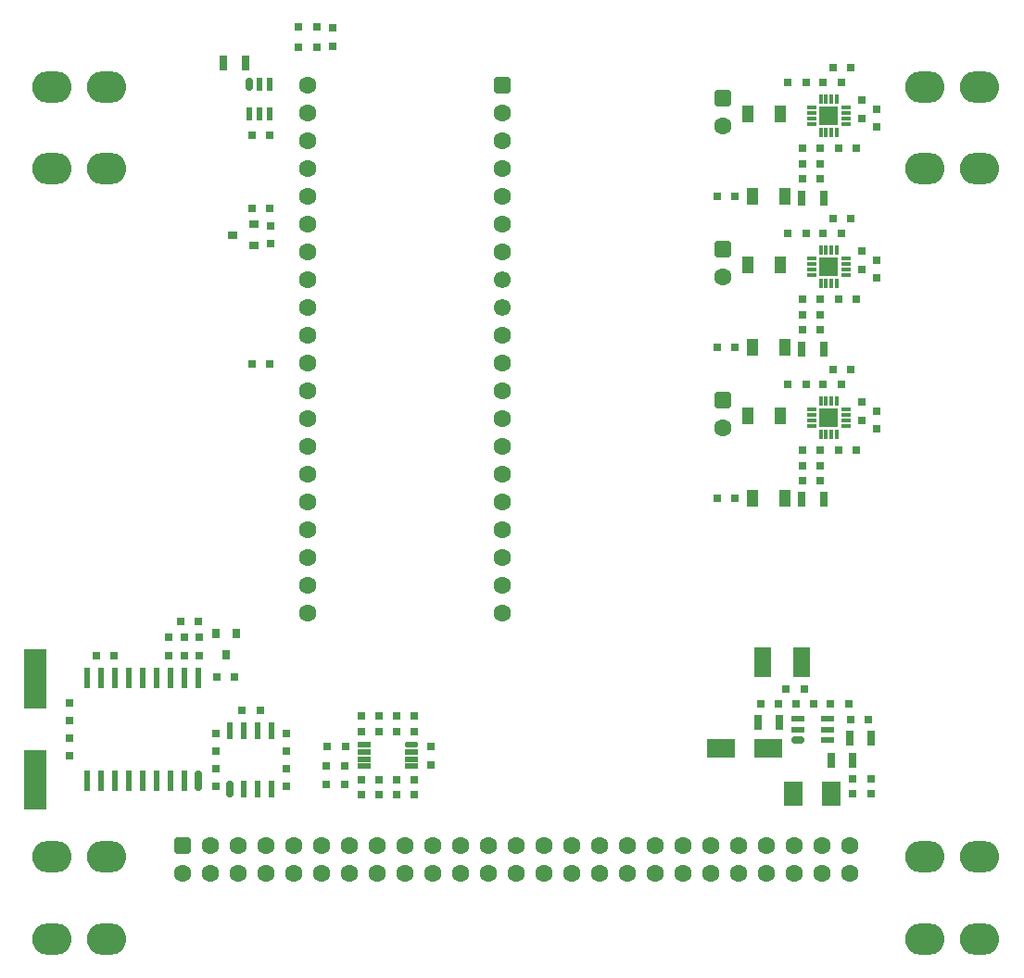
<source format=gbs>
G04*
G04 #@! TF.GenerationSoftware,Altium Limited,Altium Designer,22.1.2 (22)*
G04*
G04 Layer_Color=16711935*
%FSAX44Y44*%
%MOMM*%
G71*
G04*
G04 #@! TF.SameCoordinates,AEE1FB78-7808-4CFB-96B9-68BC2BEC934A*
G04*
G04*
G04 #@! TF.FilePolarity,Negative*
G04*
G01*
G75*
%ADD18R,0.8000X0.8000*%
%ADD19R,0.8000X0.8000*%
G04:AMPARAMS|DCode=25|XSize=1.6mm|YSize=1.6mm|CornerRadius=0.4mm|HoleSize=0mm|Usage=FLASHONLY|Rotation=0.000|XOffset=0mm|YOffset=0mm|HoleType=Round|Shape=RoundedRectangle|*
%AMROUNDEDRECTD25*
21,1,1.6000,0.8000,0,0,0.0*
21,1,0.8000,1.6000,0,0,0.0*
1,1,0.8000,0.4000,-0.4000*
1,1,0.8000,-0.4000,-0.4000*
1,1,0.8000,-0.4000,0.4000*
1,1,0.8000,0.4000,0.4000*
%
%ADD25ROUNDEDRECTD25*%
%ADD26C,1.6000*%
%ADD27O,1.6000X1.5000*%
%ADD28O,3.6000X2.9000*%
%ADD37R,2.0000X5.5000*%
G04:AMPARAMS|DCode=38|XSize=0.3mm|YSize=0.9mm|CornerRadius=0.075mm|HoleSize=0mm|Usage=FLASHONLY|Rotation=90.000|XOffset=0mm|YOffset=0mm|HoleType=Round|Shape=RoundedRectangle|*
%AMROUNDEDRECTD38*
21,1,0.3000,0.7500,0,0,90.0*
21,1,0.1500,0.9000,0,0,90.0*
1,1,0.1500,0.3750,0.0750*
1,1,0.1500,0.3750,-0.0750*
1,1,0.1500,-0.3750,-0.0750*
1,1,0.1500,-0.3750,0.0750*
%
%ADD38ROUNDEDRECTD38*%
%ADD39R,0.9000X0.3000*%
%ADD40R,0.3000X0.9000*%
%ADD41R,1.7000X1.7000*%
%ADD42R,1.0000X1.6000*%
%ADD43R,0.8000X1.4000*%
%ADD44R,1.7000X2.3000*%
%ADD45R,1.2000X0.6000*%
G04:AMPARAMS|DCode=46|XSize=0.6mm|YSize=1.2mm|CornerRadius=0.15mm|HoleSize=0mm|Usage=FLASHONLY|Rotation=270.000|XOffset=0mm|YOffset=0mm|HoleType=Round|Shape=RoundedRectangle|*
%AMROUNDEDRECTD46*
21,1,0.6000,0.9000,0,0,270.0*
21,1,0.3000,1.2000,0,0,270.0*
1,1,0.3000,-0.4500,-0.1500*
1,1,0.3000,-0.4500,0.1500*
1,1,0.3000,0.4500,0.1500*
1,1,0.3000,0.4500,-0.1500*
%
%ADD46ROUNDEDRECTD46*%
%ADD47R,1.5000X2.8000*%
%ADD48R,0.8000X0.9500*%
%ADD49R,0.6000X1.5500*%
G04:AMPARAMS|DCode=50|XSize=1.55mm|YSize=0.6mm|CornerRadius=0.15mm|HoleSize=0mm|Usage=FLASHONLY|Rotation=270.000|XOffset=0mm|YOffset=0mm|HoleType=Round|Shape=RoundedRectangle|*
%AMROUNDEDRECTD50*
21,1,1.5500,0.3000,0,0,270.0*
21,1,1.2500,0.6000,0,0,270.0*
1,1,0.3000,-0.1500,-0.6250*
1,1,0.3000,-0.1500,0.6250*
1,1,0.3000,0.1500,0.6250*
1,1,0.3000,0.1500,-0.6250*
%
%ADD50ROUNDEDRECTD50*%
G04:AMPARAMS|DCode=51|XSize=1.9mm|YSize=0.6mm|CornerRadius=0.15mm|HoleSize=0mm|Usage=FLASHONLY|Rotation=90.000|XOffset=0mm|YOffset=0mm|HoleType=Round|Shape=RoundedRectangle|*
%AMROUNDEDRECTD51*
21,1,1.9000,0.3000,0,0,90.0*
21,1,1.6000,0.6000,0,0,90.0*
1,1,0.3000,0.1500,0.8000*
1,1,0.3000,0.1500,-0.8000*
1,1,0.3000,-0.1500,-0.8000*
1,1,0.3000,-0.1500,0.8000*
%
%ADD51ROUNDEDRECTD51*%
%ADD52R,0.6000X1.9000*%
%ADD53R,0.9500X0.8000*%
%ADD54R,0.6000X1.2000*%
G04:AMPARAMS|DCode=55|XSize=0.6mm|YSize=1.2mm|CornerRadius=0.15mm|HoleSize=0mm|Usage=FLASHONLY|Rotation=180.000|XOffset=0mm|YOffset=0mm|HoleType=Round|Shape=RoundedRectangle|*
%AMROUNDEDRECTD55*
21,1,0.6000,0.9000,0,0,180.0*
21,1,0.3000,1.2000,0,0,180.0*
1,1,0.3000,-0.1500,0.4500*
1,1,0.3000,0.1500,0.4500*
1,1,0.3000,0.1500,-0.4500*
1,1,0.3000,-0.1500,-0.4500*
%
%ADD55ROUNDEDRECTD55*%
%ADD56R,2.6500X1.7500*%
%ADD62R,1.1900X0.4900*%
G04:AMPARAMS|DCode=63|XSize=1.19mm|YSize=0.49mm|CornerRadius=0.1325mm|HoleSize=0mm|Usage=FLASHONLY|Rotation=180.000|XOffset=0mm|YOffset=0mm|HoleType=Round|Shape=RoundedRectangle|*
%AMROUNDEDRECTD63*
21,1,1.1900,0.2250,0,0,180.0*
21,1,0.9250,0.4900,0,0,180.0*
1,1,0.2650,-0.4625,0.1125*
1,1,0.2650,0.4625,0.1125*
1,1,0.2650,0.4625,-0.1125*
1,1,0.2650,-0.4625,-0.1125*
%
%ADD63ROUNDEDRECTD63*%
D18*
X00196000Y00159750D02*
D03*
Y00176250D02*
D03*
X00786000Y00787250D02*
D03*
X00786000Y00770750D02*
D03*
X00800000Y00779250D02*
D03*
X00800000Y00762750D02*
D03*
X00786000Y00649250D02*
D03*
Y00632750D02*
D03*
X00800000Y00641250D02*
D03*
Y00624750D02*
D03*
X00786000Y00511250D02*
D03*
Y00494750D02*
D03*
X00800000Y00503250D02*
D03*
Y00486750D02*
D03*
X00062000Y00236500D02*
D03*
Y00220000D02*
D03*
Y00187750D02*
D03*
X00062000Y00204250D02*
D03*
X00196000Y00208250D02*
D03*
X00196000Y00191750D02*
D03*
X00297000Y00161750D02*
D03*
X00297000Y00178250D02*
D03*
X00260000Y00208250D02*
D03*
X00260000Y00191750D02*
D03*
X00260000Y00176250D02*
D03*
X00260000Y00159750D02*
D03*
X00314000Y00161750D02*
D03*
Y00178250D02*
D03*
X00392000Y00196250D02*
D03*
X00392000Y00179750D02*
D03*
X00167000Y00296250D02*
D03*
Y00279750D02*
D03*
X00181000Y00279750D02*
D03*
X00181000Y00296250D02*
D03*
X00153000D02*
D03*
Y00279750D02*
D03*
X00246000Y00672250D02*
D03*
Y00655750D02*
D03*
X00303000Y00853250D02*
D03*
Y00836750D02*
D03*
D19*
X00345250Y00210000D02*
D03*
X00328750D02*
D03*
X00718750Y00803000D02*
D03*
X00735250D02*
D03*
X00750750D02*
D03*
X00767250D02*
D03*
X00759750Y00817000D02*
D03*
X00776250D02*
D03*
X00731750Y00743000D02*
D03*
X00748250D02*
D03*
X00731750Y00715000D02*
D03*
X00748250D02*
D03*
X00731750Y00729000D02*
D03*
X00748250D02*
D03*
X00764750Y00743000D02*
D03*
X00781250D02*
D03*
X00759750Y00679000D02*
D03*
X00776250Y00679000D02*
D03*
X00718750Y00665000D02*
D03*
X00735250D02*
D03*
X00750750D02*
D03*
X00767250D02*
D03*
X00731750Y00605000D02*
D03*
X00748250D02*
D03*
X00764750Y00605000D02*
D03*
X00781250Y00605000D02*
D03*
X00731750Y00591000D02*
D03*
X00748250D02*
D03*
X00731750Y00577000D02*
D03*
X00748250D02*
D03*
X00759750Y00541000D02*
D03*
X00776250Y00541000D02*
D03*
X00718750Y00527000D02*
D03*
X00735250D02*
D03*
X00653750Y00699000D02*
D03*
X00670250D02*
D03*
X00750750Y00527000D02*
D03*
X00767250D02*
D03*
X00653750Y00561000D02*
D03*
X00670250D02*
D03*
X00731750Y00467000D02*
D03*
X00748250D02*
D03*
X00764750Y00467000D02*
D03*
X00781250Y00467000D02*
D03*
X00731750Y00453000D02*
D03*
X00748250D02*
D03*
X00731750Y00439000D02*
D03*
X00748250D02*
D03*
X00653750Y00423000D02*
D03*
X00670250D02*
D03*
X00774250Y00235000D02*
D03*
X00757750D02*
D03*
X00775750Y00221000D02*
D03*
X00792250D02*
D03*
X00794250Y00167000D02*
D03*
X00777750D02*
D03*
X00794250Y00153000D02*
D03*
X00777750Y00153000D02*
D03*
X00733250Y00249000D02*
D03*
X00716750D02*
D03*
X00742250Y00235000D02*
D03*
X00725750D02*
D03*
X00693750D02*
D03*
X00710250D02*
D03*
X00360750Y00224000D02*
D03*
X00377250Y00224000D02*
D03*
Y00210000D02*
D03*
X00360750D02*
D03*
X00345250Y00224000D02*
D03*
X00328750Y00224000D02*
D03*
X00314250Y00196000D02*
D03*
X00297750Y00196000D02*
D03*
X00328750Y00166000D02*
D03*
X00345250D02*
D03*
X00377250D02*
D03*
X00360750D02*
D03*
X00345250Y00152000D02*
D03*
X00328750D02*
D03*
X00360750D02*
D03*
X00377250D02*
D03*
X00236250Y00229000D02*
D03*
X00219750Y00229000D02*
D03*
X00196750Y00260000D02*
D03*
X00213250Y00260000D02*
D03*
X00163750Y00311000D02*
D03*
X00180250Y00311000D02*
D03*
X00103250Y00279000D02*
D03*
X00086750Y00279000D02*
D03*
X00228750Y00546000D02*
D03*
X00245250D02*
D03*
Y00688000D02*
D03*
X00228750D02*
D03*
X00228750Y00755000D02*
D03*
X00245250D02*
D03*
X00288250Y00854000D02*
D03*
X00271750D02*
D03*
Y00836000D02*
D03*
X00288250D02*
D03*
D25*
X00457900Y00801300D02*
D03*
X00165200Y00105700D02*
D03*
X00659000Y00788700D02*
D03*
X00659000Y00650700D02*
D03*
Y00512700D02*
D03*
D26*
X00457900Y00775900D02*
D03*
Y00750500D02*
D03*
Y00725100D02*
D03*
Y00699700D02*
D03*
Y00674300D02*
D03*
Y00648900D02*
D03*
Y00572700D02*
D03*
Y00547300D02*
D03*
Y00521900D02*
D03*
Y00496500D02*
D03*
Y00471100D02*
D03*
Y00445700D02*
D03*
X00280100Y00471100D02*
D03*
Y00496500D02*
D03*
Y00521900D02*
D03*
Y00547300D02*
D03*
Y00572700D02*
D03*
Y00598100D02*
D03*
Y00623500D02*
D03*
Y00648900D02*
D03*
Y00674300D02*
D03*
Y00725100D02*
D03*
Y00750500D02*
D03*
Y00775900D02*
D03*
Y00801300D02*
D03*
Y00445700D02*
D03*
X00457900Y00420300D02*
D03*
Y00394900D02*
D03*
Y00369500D02*
D03*
Y00344100D02*
D03*
Y00318700D02*
D03*
X00280100Y00420300D02*
D03*
Y00394900D02*
D03*
Y00369500D02*
D03*
Y00344100D02*
D03*
Y00318700D02*
D03*
Y00699700D02*
D03*
X00266800Y00105700D02*
D03*
Y00080300D02*
D03*
X00292200Y00105700D02*
D03*
Y00080300D02*
D03*
X00317600Y00105700D02*
D03*
Y00080300D02*
D03*
X00343000Y00105700D02*
D03*
Y00080300D02*
D03*
X00368400Y00105700D02*
D03*
Y00080300D02*
D03*
X00393800Y00105700D02*
D03*
Y00080300D02*
D03*
X00419200Y00105700D02*
D03*
Y00080300D02*
D03*
X00444600Y00105700D02*
D03*
Y00080300D02*
D03*
X00470000Y00105700D02*
D03*
Y00080300D02*
D03*
X00495400Y00105700D02*
D03*
Y00080300D02*
D03*
X00520800Y00105700D02*
D03*
Y00080300D02*
D03*
X00546200Y00105700D02*
D03*
Y00080300D02*
D03*
X00571600Y00105700D02*
D03*
Y00080300D02*
D03*
X00597000Y00105700D02*
D03*
Y00080300D02*
D03*
X00622400Y00105700D02*
D03*
Y00080300D02*
D03*
X00647800Y00105700D02*
D03*
Y00080300D02*
D03*
X00673200Y00105700D02*
D03*
Y00080300D02*
D03*
X00698600Y00105700D02*
D03*
Y00080300D02*
D03*
X00724000Y00105700D02*
D03*
Y00080300D02*
D03*
X00749400Y00105700D02*
D03*
Y00080300D02*
D03*
X00774800Y00105700D02*
D03*
Y00080300D02*
D03*
X00216000Y00105700D02*
D03*
X00190600D02*
D03*
X00216000Y00080300D02*
D03*
X00190600D02*
D03*
X00165200D02*
D03*
X00241400Y00105700D02*
D03*
Y00080300D02*
D03*
X00659000Y00763300D02*
D03*
Y00625300D02*
D03*
Y00487300D02*
D03*
D27*
X00457900Y00623500D02*
D03*
Y00598100D02*
D03*
D28*
X00894000Y00799500D02*
D03*
Y00724500D02*
D03*
X00844000Y00799500D02*
D03*
X00844000Y00724500D02*
D03*
X00894000Y00095500D02*
D03*
Y00020500D02*
D03*
X00844000Y00095500D02*
D03*
Y00020500D02*
D03*
X00046000D02*
D03*
Y00095500D02*
D03*
X00096000Y00020500D02*
D03*
Y00095500D02*
D03*
X00046000Y00724500D02*
D03*
Y00799500D02*
D03*
X00096000Y00724500D02*
D03*
Y00799500D02*
D03*
D37*
X00031000Y00166000D02*
D03*
Y00258000D02*
D03*
D38*
X00771500Y00780500D02*
D03*
Y00642500D02*
D03*
Y00504500D02*
D03*
D39*
Y00775500D02*
D03*
Y00770500D02*
D03*
Y00765500D02*
D03*
X00740500D02*
D03*
Y00770500D02*
D03*
Y00775500D02*
D03*
Y00780500D02*
D03*
X00771500Y00637500D02*
D03*
Y00632500D02*
D03*
Y00627500D02*
D03*
X00740500D02*
D03*
Y00632500D02*
D03*
Y00637500D02*
D03*
Y00642500D02*
D03*
X00771500Y00499500D02*
D03*
Y00494500D02*
D03*
Y00489500D02*
D03*
X00740500D02*
D03*
Y00494500D02*
D03*
Y00499500D02*
D03*
Y00504500D02*
D03*
D40*
X00763500Y00757500D02*
D03*
X00758500D02*
D03*
X00753500D02*
D03*
X00748500D02*
D03*
Y00788500D02*
D03*
X00753500D02*
D03*
X00758500D02*
D03*
X00763500D02*
D03*
Y00619500D02*
D03*
X00758500D02*
D03*
X00753500D02*
D03*
X00748500D02*
D03*
Y00650500D02*
D03*
X00753500Y00650500D02*
D03*
X00758500D02*
D03*
X00763500Y00650500D02*
D03*
Y00481500D02*
D03*
X00758500D02*
D03*
X00753500D02*
D03*
X00748500D02*
D03*
Y00512500D02*
D03*
X00753500Y00512500D02*
D03*
X00758500D02*
D03*
X00763500Y00512500D02*
D03*
D41*
X00756000Y00773000D02*
D03*
Y00635000D02*
D03*
Y00497000D02*
D03*
D42*
X00712000Y00775000D02*
D03*
X00682000D02*
D03*
X00686000Y00699000D02*
D03*
X00716000D02*
D03*
X00712000Y00637000D02*
D03*
X00682000D02*
D03*
X00686000Y00561000D02*
D03*
X00716000D02*
D03*
X00712000Y00499000D02*
D03*
X00682000D02*
D03*
X00686000Y00423000D02*
D03*
X00716000D02*
D03*
D43*
X00731000Y00698000D02*
D03*
X00751000D02*
D03*
X00731000Y00560000D02*
D03*
X00751000Y00560000D02*
D03*
X00731000Y00422000D02*
D03*
X00751000Y00422000D02*
D03*
X00775000Y00204000D02*
D03*
X00795000D02*
D03*
X00778000Y00184000D02*
D03*
X00758000Y00184000D02*
D03*
X00691000Y00218000D02*
D03*
X00711000D02*
D03*
X00223000Y00821000D02*
D03*
X00203000D02*
D03*
D44*
X00758500Y00153000D02*
D03*
X00723500Y00153000D02*
D03*
D45*
X00754500Y00202500D02*
D03*
Y00212000D02*
D03*
Y00221500D02*
D03*
X00727500Y00221500D02*
D03*
X00727500Y00212000D02*
D03*
D46*
X00727500Y00202500D02*
D03*
D47*
X00695250Y00273000D02*
D03*
X00730750D02*
D03*
D48*
X00205500Y00280000D02*
D03*
X00215000Y00300000D02*
D03*
X00196000D02*
D03*
D49*
X00234350Y00211000D02*
D03*
X00221650Y00157000D02*
D03*
X00234350D02*
D03*
X00247050D02*
D03*
X00208950Y00211000D02*
D03*
X00221650Y00211000D02*
D03*
X00247050Y00211000D02*
D03*
D50*
X00208950Y00157000D02*
D03*
D51*
X00179800Y00165000D02*
D03*
D52*
X00078200D02*
D03*
X00090900D02*
D03*
X00103600Y00165000D02*
D03*
X00116300Y00165000D02*
D03*
X00129000D02*
D03*
X00141700D02*
D03*
X00154400Y00165000D02*
D03*
X00167100Y00165000D02*
D03*
X00078200Y00259000D02*
D03*
X00103600Y00259000D02*
D03*
X00090900D02*
D03*
X00154400Y00259000D02*
D03*
X00141700Y00259000D02*
D03*
X00129000Y00259000D02*
D03*
X00116300Y00259000D02*
D03*
X00167100Y00259000D02*
D03*
X00179800Y00259000D02*
D03*
D53*
X00231000Y00673500D02*
D03*
X00211000Y00664000D02*
D03*
X00231000Y00654500D02*
D03*
D54*
X00226500Y00774500D02*
D03*
X00236000Y00774500D02*
D03*
X00245500Y00774500D02*
D03*
Y00801500D02*
D03*
X00236000Y00801500D02*
D03*
D55*
X00226500Y00801500D02*
D03*
D56*
X00657500Y00195000D02*
D03*
X00700500D02*
D03*
D62*
X00331250Y00197750D02*
D03*
Y00191250D02*
D03*
Y00184750D02*
D03*
Y00178250D02*
D03*
X00374750D02*
D03*
Y00184750D02*
D03*
Y00191250D02*
D03*
D63*
Y00197750D02*
D03*
M02*

</source>
